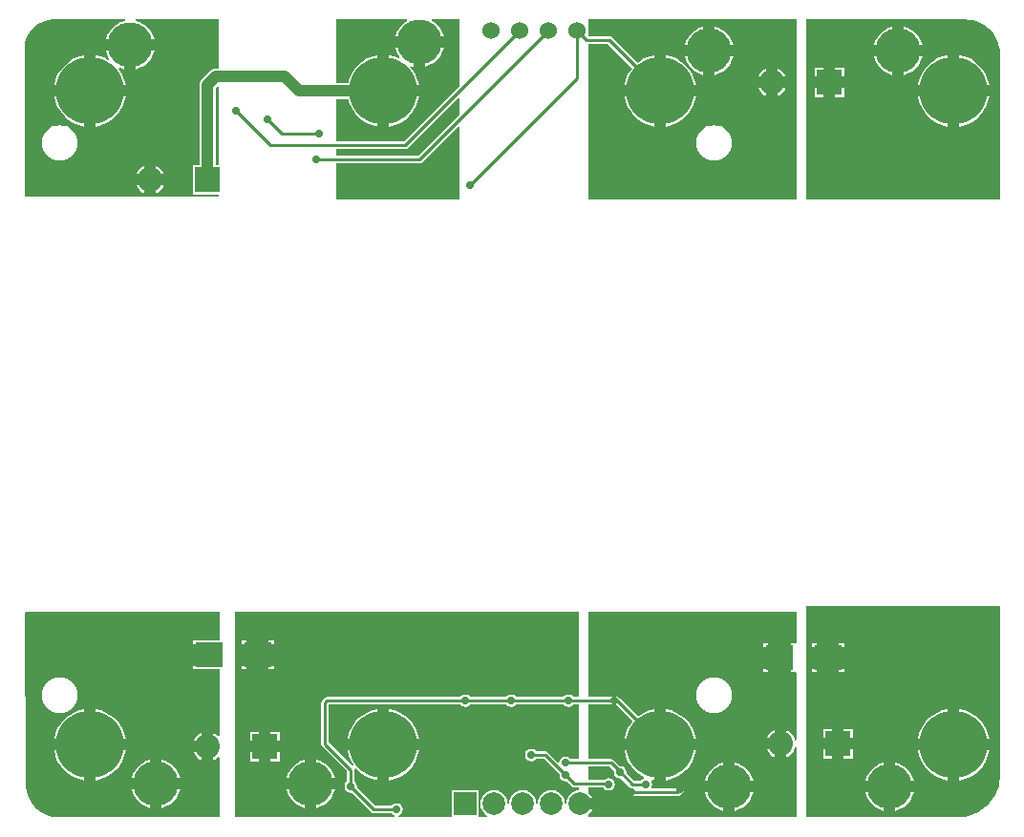
<source format=gbl>
G04*
G04 #@! TF.GenerationSoftware,Altium Limited,Altium Designer,19.0.10 (269)*
G04*
G04 Layer_Physical_Order=4*
G04 Layer_Color=16711680*
%FSLAX23Y23*%
%MOIN*%
G70*
G01*
G75*
%ADD11C,0.010*%
%ADD34C,0.060*%
%ADD35C,0.087*%
%ADD36R,0.087X0.087*%
%ADD37C,0.079*%
%ADD38R,0.079X0.079*%
%ADD39C,0.157*%
%ADD40C,0.236*%
%ADD41C,0.028*%
%ADD42R,0.096X0.085*%
%ADD43C,0.039*%
G36*
X7339Y4919D02*
X7354Y4916D01*
X7369Y4912D01*
X7382Y4905D01*
X7395Y4897D01*
X7407Y4887D01*
X7418Y4876D01*
X7427Y4864D01*
X7434Y4850D01*
X7440Y4836D01*
X7444Y4822D01*
X7445Y4815D01*
Y4290D01*
X6770D01*
X6770Y4920D01*
X7315Y4920D01*
X7316Y4920D01*
X7316Y4920D01*
X7324Y4920D01*
X7339Y4919D01*
D02*
G37*
G36*
X5560Y4689D02*
X5365Y4493D01*
X5130D01*
Y4642D01*
X5171D01*
X5173Y4631D01*
X5181Y4613D01*
X5191Y4596D01*
X5204Y4581D01*
X5219Y4568D01*
X5236Y4557D01*
X5255Y4550D01*
X5274Y4545D01*
X5274Y4545D01*
Y4670D01*
Y4795D01*
X5274Y4795D01*
X5255Y4790D01*
X5236Y4783D01*
X5219Y4772D01*
X5204Y4759D01*
X5191Y4744D01*
X5181Y4727D01*
X5173Y4709D01*
X5171Y4698D01*
X5130D01*
Y4920D01*
X5376D01*
X5377Y4915D01*
X5372Y4912D01*
X5358Y4902D01*
X5348Y4888D01*
X5340Y4873D01*
X5335Y4860D01*
X5420D01*
X5505D01*
X5500Y4873D01*
X5492Y4888D01*
X5482Y4902D01*
X5468Y4912D01*
X5463Y4915D01*
X5464Y4920D01*
X5560D01*
Y4689D01*
D02*
G37*
G36*
X4720Y4748D02*
X4710D01*
X4703Y4747D01*
X4696Y4744D01*
X4690Y4740D01*
X4660Y4710D01*
X4656Y4704D01*
X4653Y4697D01*
X4652Y4690D01*
Y4411D01*
X4629D01*
Y4309D01*
X4720D01*
Y4300D01*
X4041Y4300D01*
X4041Y4817D01*
Y4824D01*
X4043Y4837D01*
X4047Y4850D01*
X4052Y4863D01*
X4059Y4874D01*
X4067Y4885D01*
X4076Y4895D01*
X4087Y4903D01*
X4099Y4909D01*
X4111Y4915D01*
X4124Y4918D01*
X4138Y4920D01*
X4144Y4920D01*
X4391D01*
X4392Y4915D01*
X4377Y4910D01*
X4362Y4902D01*
X4348Y4892D01*
X4338Y4878D01*
X4330Y4863D01*
X4325Y4850D01*
X4410D01*
X4495D01*
X4490Y4863D01*
X4482Y4878D01*
X4472Y4892D01*
X4458Y4902D01*
X4443Y4910D01*
X4428Y4915D01*
X4429Y4920D01*
X4720Y4920D01*
Y4748D01*
D02*
G37*
G36*
X6735Y4290D02*
X6010D01*
Y4835D01*
X6076D01*
X6162Y4749D01*
X6158Y4744D01*
X6147Y4727D01*
X6140Y4709D01*
X6135Y4690D01*
X6135Y4690D01*
X6240D01*
Y4795D01*
X6240Y4795D01*
X6221Y4790D01*
X6202Y4783D01*
X6186Y4772D01*
X6180Y4768D01*
X6091Y4857D01*
X6087Y4860D01*
X6082Y4861D01*
X6010D01*
Y4920D01*
X6735D01*
Y4290D01*
D02*
G37*
G36*
X5560Y4645D02*
Y4589D01*
X5415Y4443D01*
X5130D01*
Y4467D01*
X5370D01*
X5375Y4468D01*
X5379Y4471D01*
X5555Y4647D01*
X5560Y4645D01*
D02*
G37*
G36*
X4720Y4684D02*
X4720Y4411D01*
X4708D01*
Y4678D01*
X4715Y4686D01*
X4720Y4684D01*
D02*
G37*
G36*
X5560Y4545D02*
Y4290D01*
X5130D01*
Y4417D01*
X5420D01*
X5425Y4418D01*
X5429Y4421D01*
X5555Y4547D01*
X5560Y4545D01*
D02*
G37*
G36*
X5976Y2553D02*
X5957D01*
X5956Y2556D01*
X5948Y2560D01*
X5940Y2562D01*
X5932Y2560D01*
X5924Y2556D01*
X5923Y2553D01*
X5757D01*
X5756Y2556D01*
X5748Y2560D01*
X5740Y2562D01*
X5732Y2560D01*
X5724Y2556D01*
X5723Y2553D01*
X5597D01*
X5596Y2556D01*
X5588Y2560D01*
X5580Y2562D01*
X5572Y2560D01*
X5564Y2556D01*
X5563Y2553D01*
X5096D01*
X5091Y2552D01*
X5087Y2549D01*
X5081Y2543D01*
X5078Y2539D01*
X5077Y2534D01*
Y2389D01*
X5078Y2384D01*
X5081Y2380D01*
X5167Y2294D01*
Y2257D01*
X5164Y2256D01*
X5160Y2248D01*
X5158Y2240D01*
X5160Y2232D01*
X5164Y2224D01*
X5172Y2220D01*
X5180Y2218D01*
X5183Y2219D01*
X5251Y2151D01*
X5255Y2148D01*
X5260Y2147D01*
X5323D01*
X5324Y2144D01*
X5332Y2140D01*
X5333Y2139D01*
X5333Y2134D01*
X4776D01*
Y2850D01*
X5976D01*
Y2553D01*
D02*
G37*
G36*
Y2336D02*
X5947D01*
X5946Y2339D01*
X5938Y2344D01*
X5930Y2345D01*
X5922Y2344D01*
X5914Y2339D01*
X5910Y2332D01*
X5909Y2327D01*
X5903Y2325D01*
X5869Y2359D01*
X5865Y2362D01*
X5860Y2363D01*
X5827D01*
X5826Y2366D01*
X5818Y2370D01*
X5810Y2372D01*
X5802Y2370D01*
X5794Y2366D01*
X5790Y2358D01*
X5788Y2350D01*
X5790Y2342D01*
X5794Y2334D01*
X5802Y2330D01*
X5810Y2328D01*
X5818Y2330D01*
X5826Y2334D01*
X5827Y2337D01*
X5855D01*
X5909Y2283D01*
X5908Y2280D01*
X5910Y2272D01*
X5914Y2264D01*
X5922Y2260D01*
X5930Y2258D01*
X5933Y2259D01*
X5951Y2241D01*
X5955Y2238D01*
X5960Y2237D01*
X5976D01*
Y2227D01*
X5968Y2226D01*
X5956Y2221D01*
X5946Y2214D01*
X5939Y2204D01*
X5934Y2192D01*
X5933Y2181D01*
X5927D01*
X5926Y2192D01*
X5921Y2204D01*
X5914Y2214D01*
X5904Y2221D01*
X5892Y2226D01*
X5880Y2228D01*
X5868Y2226D01*
X5856Y2221D01*
X5846Y2214D01*
X5839Y2204D01*
X5834Y2192D01*
X5833Y2181D01*
X5827D01*
X5826Y2192D01*
X5821Y2204D01*
X5814Y2214D01*
X5804Y2221D01*
X5792Y2226D01*
X5780Y2228D01*
X5768Y2226D01*
X5756Y2221D01*
X5746Y2214D01*
X5739Y2204D01*
X5734Y2192D01*
X5733Y2181D01*
X5727D01*
X5726Y2192D01*
X5721Y2204D01*
X5714Y2214D01*
X5704Y2221D01*
X5692Y2226D01*
X5680Y2228D01*
X5668Y2226D01*
X5656Y2221D01*
X5646Y2214D01*
X5639Y2204D01*
X5634Y2192D01*
X5632Y2180D01*
X5634Y2168D01*
X5639Y2156D01*
X5646Y2146D01*
X5655Y2139D01*
X5655Y2134D01*
X5627D01*
Y2227D01*
X5533D01*
Y2134D01*
X5347D01*
X5347Y2139D01*
X5348Y2140D01*
X5356Y2144D01*
X5360Y2152D01*
X5362Y2160D01*
X5360Y2168D01*
X5356Y2176D01*
X5348Y2180D01*
X5340Y2182D01*
X5332Y2180D01*
X5324Y2176D01*
X5323Y2173D01*
X5265D01*
X5201Y2237D01*
X5202Y2240D01*
X5200Y2248D01*
X5196Y2256D01*
X5193Y2257D01*
Y2299D01*
X5194Y2300D01*
X5197Y2304D01*
X5199Y2304D01*
X5204Y2297D01*
X5219Y2284D01*
X5236Y2274D01*
X5255Y2266D01*
X5274Y2262D01*
X5274Y2262D01*
Y2367D01*
X5169D01*
X5169Y2367D01*
X5173Y2347D01*
X5181Y2329D01*
X5189Y2316D01*
X5185Y2313D01*
X5103Y2395D01*
Y2527D01*
X5563D01*
X5564Y2524D01*
X5572Y2520D01*
X5580Y2518D01*
X5588Y2520D01*
X5596Y2524D01*
X5597Y2527D01*
X5723D01*
X5724Y2524D01*
X5732Y2520D01*
X5740Y2518D01*
X5748Y2520D01*
X5756Y2524D01*
X5757Y2527D01*
X5923D01*
X5924Y2524D01*
X5932Y2520D01*
X5940Y2518D01*
X5948Y2520D01*
X5956Y2524D01*
X5957Y2527D01*
X5976D01*
Y2336D01*
D02*
G37*
G36*
X4721Y2750D02*
X4629D01*
Y2739D01*
X4685D01*
Y2661D01*
X4629D01*
Y2650D01*
X4721D01*
Y2418D01*
X4718Y2417D01*
X4716Y2417D01*
X4706Y2425D01*
X4700Y2427D01*
Y2380D01*
Y2333D01*
X4706Y2335D01*
X4716Y2343D01*
X4718Y2343D01*
X4721Y2342D01*
Y2134D01*
X4146D01*
X4139Y2135D01*
X4125Y2139D01*
X4111Y2145D01*
X4098Y2152D01*
X4085Y2161D01*
X4075Y2172D01*
X4065Y2184D01*
X4058Y2197D01*
X4052Y2211D01*
X4048Y2225D01*
X4046Y2240D01*
X4045Y2255D01*
X4046Y2263D01*
X4046Y2264D01*
X4046Y2265D01*
X4043Y2846D01*
X4046Y2850D01*
X4721D01*
Y2750D01*
D02*
G37*
G36*
X6735Y2744D02*
X6731Y2740D01*
X6730Y2740D01*
X6715D01*
Y2690D01*
Y2640D01*
X6730D01*
X6731Y2640D01*
X6735Y2636D01*
Y2403D01*
X6730Y2402D01*
X6730Y2403D01*
X6725Y2416D01*
X6717Y2427D01*
X6706Y2435D01*
X6700Y2437D01*
Y2390D01*
Y2343D01*
X6706Y2345D01*
X6717Y2353D01*
X6725Y2364D01*
X6730Y2377D01*
X6730Y2378D01*
X6735Y2377D01*
Y2134D01*
X6010D01*
Y2143D01*
X6014Y2146D01*
X6021Y2156D01*
X6023Y2160D01*
X5980D01*
Y2200D01*
X6023D01*
X6021Y2204D01*
X6014Y2214D01*
X6010Y2217D01*
Y2237D01*
X6061D01*
X6064Y2232D01*
X6072Y2227D01*
X6080Y2226D01*
X6088Y2227D01*
X6096Y2232D01*
X6100Y2239D01*
X6102Y2248D01*
X6100Y2256D01*
X6096Y2263D01*
X6088Y2268D01*
X6080Y2270D01*
X6072Y2268D01*
X6064Y2263D01*
X6064Y2263D01*
X6010D01*
Y2310D01*
X6083D01*
X6099Y2294D01*
X6098Y2290D01*
X6100Y2282D01*
X6104Y2274D01*
X6112Y2270D01*
X6120Y2268D01*
X6124Y2269D01*
X6154Y2238D01*
X6156Y2237D01*
X6155Y2232D01*
X6151Y2229D01*
X6148Y2225D01*
X6147Y2220D01*
X6148Y2215D01*
X6151Y2211D01*
X6155Y2208D01*
X6160Y2207D01*
X6320D01*
X6325Y2208D01*
X6329Y2211D01*
X6339Y2221D01*
X6342Y2225D01*
X6343Y2230D01*
X6342Y2235D01*
X6339Y2239D01*
X6335Y2242D01*
X6330Y2243D01*
X6325Y2242D01*
X6321Y2239D01*
X6321Y2239D01*
X6315Y2233D01*
X6232D01*
X6229Y2238D01*
X6230Y2239D01*
X6232Y2248D01*
X6230Y2256D01*
X6228Y2259D01*
X6231Y2264D01*
X6240Y2262D01*
X6240Y2262D01*
Y2367D01*
X6135D01*
X6135Y2367D01*
X6140Y2347D01*
X6147Y2329D01*
X6158Y2312D01*
X6170Y2297D01*
X6186Y2284D01*
X6202Y2274D01*
X6203Y2274D01*
X6203Y2268D01*
X6202Y2268D01*
X6194Y2263D01*
X6193Y2261D01*
X6169D01*
X6142Y2288D01*
X6142Y2290D01*
X6140Y2298D01*
X6136Y2306D01*
X6128Y2310D01*
X6120Y2312D01*
X6118Y2312D01*
X6097Y2333D01*
X6093Y2335D01*
X6088Y2336D01*
X6010D01*
Y2527D01*
X6105D01*
X6164Y2468D01*
X6158Y2461D01*
X6147Y2444D01*
X6140Y2426D01*
X6135Y2406D01*
X6135Y2406D01*
X6240D01*
Y2511D01*
X6240Y2511D01*
X6221Y2507D01*
X6202Y2499D01*
X6186Y2489D01*
X6182Y2486D01*
X6119Y2549D01*
X6115Y2552D01*
X6110Y2553D01*
X6010D01*
Y2850D01*
X6735D01*
Y2744D01*
D02*
G37*
G36*
X7445Y2266D02*
X7444Y2259D01*
X7441Y2242D01*
X7435Y2226D01*
X7428Y2211D01*
X7419Y2196D01*
X7408Y2183D01*
X7396Y2171D01*
X7383Y2160D01*
X7369Y2151D01*
X7353Y2144D01*
X7337Y2139D01*
X7320Y2135D01*
X7313Y2134D01*
X6770D01*
Y2870D01*
X7445D01*
Y2266D01*
D02*
G37*
%LPC*%
G36*
X7110Y4895D02*
Y4830D01*
X7175D01*
X7170Y4843D01*
X7162Y4858D01*
X7152Y4872D01*
X7138Y4882D01*
X7123Y4890D01*
X7110Y4895D01*
D02*
G37*
G36*
X7070D02*
X7057Y4890D01*
X7042Y4882D01*
X7028Y4872D01*
X7018Y4858D01*
X7010Y4843D01*
X7005Y4830D01*
X7070D01*
Y4895D01*
D02*
G37*
G36*
X7175Y4790D02*
X7110D01*
Y4725D01*
X7123Y4730D01*
X7138Y4738D01*
X7152Y4748D01*
X7162Y4762D01*
X7170Y4777D01*
X7175Y4790D01*
D02*
G37*
G36*
X7070D02*
X7005D01*
X7010Y4777D01*
X7018Y4762D01*
X7028Y4748D01*
X7042Y4738D01*
X7057Y4730D01*
X7070Y4725D01*
Y4790D01*
D02*
G37*
G36*
X6901Y4751D02*
X6870D01*
Y4720D01*
X6901D01*
Y4751D01*
D02*
G37*
G36*
X6830D02*
X6799D01*
Y4720D01*
X6830D01*
Y4751D01*
D02*
G37*
G36*
X7303Y4795D02*
Y4690D01*
X7408D01*
X7408Y4690D01*
X7404Y4709D01*
X7396Y4727D01*
X7386Y4744D01*
X7373Y4759D01*
X7358Y4772D01*
X7341Y4783D01*
X7323Y4790D01*
X7303Y4795D01*
X7303Y4795D01*
D02*
G37*
G36*
X7264Y4795D02*
X7264Y4795D01*
X7244Y4790D01*
X7226Y4783D01*
X7209Y4772D01*
X7194Y4759D01*
X7181Y4744D01*
X7171Y4727D01*
X7163Y4709D01*
X7159Y4690D01*
X7159Y4690D01*
X7264D01*
Y4795D01*
D02*
G37*
G36*
X6901Y4680D02*
X6870D01*
Y4649D01*
X6901D01*
Y4680D01*
D02*
G37*
G36*
X6830D02*
X6799D01*
Y4649D01*
X6830D01*
Y4680D01*
D02*
G37*
G36*
X7408Y4650D02*
X7303D01*
Y4545D01*
X7303Y4545D01*
X7323Y4550D01*
X7341Y4557D01*
X7358Y4568D01*
X7373Y4581D01*
X7386Y4596D01*
X7396Y4613D01*
X7404Y4631D01*
X7408Y4650D01*
X7408Y4650D01*
D02*
G37*
G36*
X7264D02*
X7159D01*
X7159Y4650D01*
X7163Y4631D01*
X7171Y4613D01*
X7181Y4596D01*
X7194Y4581D01*
X7209Y4568D01*
X7226Y4557D01*
X7244Y4550D01*
X7264Y4545D01*
X7264Y4545D01*
Y4650D01*
D02*
G37*
G36*
X5400Y4820D02*
X5335D01*
X5340Y4807D01*
X5348Y4792D01*
X5350Y4788D01*
X5347Y4784D01*
X5333Y4790D01*
X5313Y4795D01*
X5313Y4795D01*
Y4690D01*
X5418D01*
X5418Y4690D01*
X5414Y4709D01*
X5406Y4727D01*
X5396Y4744D01*
X5387Y4754D01*
X5390Y4759D01*
X5400Y4755D01*
Y4820D01*
D02*
G37*
G36*
X5505D02*
X5440D01*
Y4755D01*
X5453Y4760D01*
X5468Y4768D01*
X5482Y4778D01*
X5492Y4792D01*
X5500Y4807D01*
X5505Y4820D01*
D02*
G37*
G36*
X5418Y4650D02*
X5313D01*
Y4545D01*
X5313Y4545D01*
X5333Y4550D01*
X5351Y4557D01*
X5368Y4568D01*
X5383Y4581D01*
X5396Y4596D01*
X5406Y4613D01*
X5414Y4631D01*
X5418Y4650D01*
X5418Y4650D01*
D02*
G37*
G36*
X4390Y4810D02*
X4325D01*
X4330Y4797D01*
X4337Y4782D01*
X4336Y4780D01*
X4334Y4779D01*
X4327Y4783D01*
X4309Y4790D01*
X4290Y4795D01*
X4290Y4795D01*
Y4690D01*
X4395D01*
X4395Y4690D01*
X4390Y4709D01*
X4383Y4727D01*
X4372Y4744D01*
X4369Y4748D01*
X4372Y4752D01*
X4377Y4750D01*
X4390Y4745D01*
Y4810D01*
D02*
G37*
G36*
X4495D02*
X4430D01*
Y4745D01*
X4443Y4750D01*
X4458Y4758D01*
X4472Y4768D01*
X4482Y4782D01*
X4490Y4797D01*
X4495Y4810D01*
D02*
G37*
G36*
X4250Y4795D02*
X4250Y4795D01*
X4231Y4790D01*
X4213Y4783D01*
X4196Y4772D01*
X4181Y4759D01*
X4168Y4744D01*
X4157Y4727D01*
X4150Y4709D01*
X4145Y4690D01*
X4145Y4690D01*
X4250D01*
Y4795D01*
D02*
G37*
G36*
X4395Y4650D02*
X4290D01*
Y4545D01*
X4290Y4545D01*
X4309Y4550D01*
X4327Y4557D01*
X4344Y4568D01*
X4359Y4581D01*
X4372Y4596D01*
X4383Y4613D01*
X4390Y4631D01*
X4395Y4650D01*
X4395Y4650D01*
D02*
G37*
G36*
X4250D02*
X4145D01*
X4145Y4650D01*
X4150Y4631D01*
X4157Y4613D01*
X4168Y4596D01*
X4181Y4581D01*
X4196Y4568D01*
X4213Y4557D01*
X4231Y4550D01*
X4250Y4545D01*
X4250Y4545D01*
Y4650D01*
D02*
G37*
G36*
X4164Y4550D02*
X4152Y4549D01*
X4140Y4546D01*
X4130Y4540D01*
X4120Y4532D01*
X4112Y4523D01*
X4107Y4512D01*
X4103Y4500D01*
X4102Y4488D01*
X4103Y4476D01*
X4107Y4464D01*
X4112Y4454D01*
X4120Y4444D01*
X4130Y4436D01*
X4140Y4431D01*
X4152Y4427D01*
X4164Y4426D01*
X4176Y4427D01*
X4188Y4431D01*
X4199Y4436D01*
X4208Y4444D01*
X4216Y4454D01*
X4222Y4464D01*
X4225Y4476D01*
X4226Y4488D01*
X4225Y4500D01*
X4222Y4512D01*
X4216Y4523D01*
X4208Y4532D01*
X4199Y4540D01*
X4188Y4546D01*
X4176Y4549D01*
X4164Y4550D01*
D02*
G37*
G36*
X4500Y4407D02*
Y4380D01*
X4527D01*
X4525Y4386D01*
X4517Y4397D01*
X4506Y4405D01*
X4500Y4407D01*
D02*
G37*
G36*
X4460D02*
X4454Y4405D01*
X4443Y4397D01*
X4435Y4386D01*
X4433Y4380D01*
X4460D01*
Y4407D01*
D02*
G37*
G36*
X4527Y4340D02*
X4500D01*
Y4313D01*
X4506Y4315D01*
X4517Y4323D01*
X4525Y4334D01*
X4527Y4340D01*
D02*
G37*
G36*
X4460D02*
X4433D01*
X4435Y4334D01*
X4443Y4323D01*
X4454Y4315D01*
X4460Y4313D01*
Y4340D01*
D02*
G37*
G36*
X6450Y4895D02*
Y4830D01*
X6515D01*
X6510Y4843D01*
X6502Y4858D01*
X6492Y4872D01*
X6478Y4882D01*
X6463Y4890D01*
X6450Y4895D01*
D02*
G37*
G36*
X6410D02*
X6397Y4890D01*
X6382Y4882D01*
X6368Y4872D01*
X6358Y4858D01*
X6350Y4843D01*
X6345Y4830D01*
X6410D01*
Y4895D01*
D02*
G37*
G36*
X6515Y4790D02*
X6450D01*
Y4725D01*
X6463Y4730D01*
X6478Y4738D01*
X6492Y4748D01*
X6502Y4762D01*
X6510Y4777D01*
X6515Y4790D01*
D02*
G37*
G36*
X6410D02*
X6345D01*
X6350Y4777D01*
X6358Y4762D01*
X6368Y4748D01*
X6382Y4738D01*
X6397Y4730D01*
X6410Y4725D01*
Y4790D01*
D02*
G37*
G36*
X6670Y4747D02*
Y4720D01*
X6697D01*
X6695Y4726D01*
X6687Y4737D01*
X6676Y4745D01*
X6670Y4747D01*
D02*
G37*
G36*
X6630D02*
X6624Y4745D01*
X6613Y4737D01*
X6605Y4726D01*
X6603Y4720D01*
X6630D01*
Y4747D01*
D02*
G37*
G36*
X6280Y4795D02*
Y4690D01*
X6385D01*
X6385Y4690D01*
X6380Y4709D01*
X6372Y4727D01*
X6362Y4744D01*
X6349Y4759D01*
X6334Y4772D01*
X6317Y4783D01*
X6299Y4790D01*
X6280Y4795D01*
X6280Y4795D01*
D02*
G37*
G36*
X6697Y4680D02*
X6670D01*
Y4653D01*
X6676Y4655D01*
X6687Y4663D01*
X6695Y4674D01*
X6697Y4680D01*
D02*
G37*
G36*
X6630D02*
X6603D01*
X6605Y4674D01*
X6613Y4663D01*
X6624Y4655D01*
X6630Y4653D01*
Y4680D01*
D02*
G37*
G36*
X6240Y4650D02*
X6135D01*
X6135Y4650D01*
X6140Y4631D01*
X6147Y4613D01*
X6158Y4596D01*
X6170Y4581D01*
X6186Y4568D01*
X6202Y4557D01*
X6221Y4550D01*
X6240Y4545D01*
X6240Y4545D01*
Y4650D01*
D02*
G37*
G36*
X6385D02*
X6280D01*
Y4545D01*
X6280Y4545D01*
X6299Y4550D01*
X6317Y4557D01*
X6334Y4568D01*
X6349Y4581D01*
X6362Y4596D01*
X6372Y4613D01*
X6380Y4631D01*
X6385Y4650D01*
X6385Y4650D01*
D02*
G37*
G36*
X6448Y4550D02*
X6435Y4549D01*
X6424Y4546D01*
X6413Y4540D01*
X6404Y4532D01*
X6396Y4523D01*
X6390Y4512D01*
X6387Y4500D01*
X6385Y4488D01*
X6387Y4476D01*
X6390Y4464D01*
X6396Y4454D01*
X6404Y4444D01*
X6413Y4436D01*
X6424Y4431D01*
X6435Y4427D01*
X6448Y4426D01*
X6460Y4427D01*
X6471Y4431D01*
X6482Y4436D01*
X6492Y4444D01*
X6499Y4454D01*
X6505Y4464D01*
X6509Y4476D01*
X6510Y4488D01*
X6509Y4500D01*
X6505Y4512D01*
X6499Y4523D01*
X6492Y4532D01*
X6482Y4540D01*
X6471Y4546D01*
X6460Y4549D01*
X6448Y4550D01*
D02*
G37*
G36*
X4911Y2750D02*
X4894D01*
Y2739D01*
X4911D01*
Y2750D01*
D02*
G37*
G36*
X4815D02*
X4799D01*
Y2739D01*
X4815D01*
Y2750D01*
D02*
G37*
G36*
X4911Y2661D02*
X4894D01*
Y2650D01*
X4911D01*
Y2661D01*
D02*
G37*
G36*
X4815D02*
X4799D01*
Y2650D01*
X4815D01*
Y2661D01*
D02*
G37*
G36*
X4931Y2431D02*
X4900D01*
Y2400D01*
X4931D01*
Y2431D01*
D02*
G37*
G36*
X4860D02*
X4829D01*
Y2400D01*
X4860D01*
Y2431D01*
D02*
G37*
G36*
X4931Y2360D02*
X4900D01*
Y2329D01*
X4931D01*
Y2360D01*
D02*
G37*
G36*
X4860D02*
X4829D01*
Y2329D01*
X4860D01*
Y2360D01*
D02*
G37*
G36*
X5060Y2335D02*
Y2270D01*
X5125D01*
X5120Y2283D01*
X5112Y2298D01*
X5102Y2312D01*
X5088Y2322D01*
X5073Y2330D01*
X5060Y2335D01*
D02*
G37*
G36*
X5020D02*
X5007Y2330D01*
X4992Y2322D01*
X4978Y2312D01*
X4968Y2298D01*
X4960Y2283D01*
X4955Y2270D01*
X5020D01*
Y2335D01*
D02*
G37*
G36*
X5125Y2230D02*
X5060D01*
Y2165D01*
X5073Y2170D01*
X5088Y2178D01*
X5102Y2188D01*
X5112Y2202D01*
X5120Y2217D01*
X5125Y2230D01*
D02*
G37*
G36*
X5020D02*
X4955D01*
X4960Y2217D01*
X4968Y2202D01*
X4978Y2188D01*
X4992Y2178D01*
X5007Y2170D01*
X5020Y2165D01*
Y2230D01*
D02*
G37*
G36*
X5313Y2511D02*
Y2406D01*
X5418D01*
X5418Y2406D01*
X5414Y2426D01*
X5406Y2444D01*
X5396Y2461D01*
X5383Y2476D01*
X5368Y2489D01*
X5351Y2499D01*
X5333Y2507D01*
X5313Y2511D01*
X5313Y2511D01*
D02*
G37*
G36*
X5274D02*
X5274Y2511D01*
X5255Y2507D01*
X5236Y2499D01*
X5219Y2489D01*
X5204Y2476D01*
X5191Y2461D01*
X5181Y2444D01*
X5173Y2426D01*
X5169Y2406D01*
X5169Y2406D01*
X5274D01*
Y2511D01*
D02*
G37*
G36*
X5418Y2367D02*
X5313D01*
Y2262D01*
X5313Y2262D01*
X5333Y2266D01*
X5351Y2274D01*
X5368Y2284D01*
X5383Y2297D01*
X5396Y2312D01*
X5406Y2329D01*
X5414Y2347D01*
X5418Y2367D01*
X5418Y2367D01*
D02*
G37*
G36*
X4164Y2621D02*
X4152Y2620D01*
X4140Y2617D01*
X4130Y2611D01*
X4120Y2603D01*
X4112Y2594D01*
X4107Y2583D01*
X4103Y2571D01*
X4102Y2559D01*
X4103Y2547D01*
X4107Y2535D01*
X4112Y2524D01*
X4120Y2515D01*
X4130Y2507D01*
X4140Y2501D01*
X4152Y2498D01*
X4164Y2497D01*
X4176Y2498D01*
X4188Y2501D01*
X4199Y2507D01*
X4208Y2515D01*
X4216Y2524D01*
X4222Y2535D01*
X4225Y2547D01*
X4226Y2559D01*
X4225Y2571D01*
X4222Y2583D01*
X4216Y2594D01*
X4208Y2603D01*
X4199Y2611D01*
X4188Y2617D01*
X4176Y2620D01*
X4164Y2621D01*
D02*
G37*
G36*
X4290Y2511D02*
Y2406D01*
X4395D01*
X4395Y2406D01*
X4390Y2426D01*
X4383Y2444D01*
X4372Y2461D01*
X4359Y2476D01*
X4344Y2489D01*
X4327Y2499D01*
X4309Y2507D01*
X4290Y2511D01*
X4290Y2511D01*
D02*
G37*
G36*
X4250D02*
X4250Y2511D01*
X4231Y2507D01*
X4213Y2499D01*
X4196Y2489D01*
X4181Y2476D01*
X4168Y2461D01*
X4157Y2444D01*
X4150Y2426D01*
X4145Y2406D01*
X4145Y2406D01*
X4250D01*
Y2511D01*
D02*
G37*
G36*
X4660Y2427D02*
X4654Y2425D01*
X4643Y2417D01*
X4635Y2406D01*
X4633Y2400D01*
X4660D01*
Y2427D01*
D02*
G37*
G36*
Y2360D02*
X4633D01*
X4635Y2354D01*
X4643Y2343D01*
X4654Y2335D01*
X4660Y2333D01*
Y2360D01*
D02*
G37*
G36*
X4520Y2335D02*
Y2270D01*
X4585D01*
X4580Y2283D01*
X4572Y2298D01*
X4562Y2312D01*
X4548Y2322D01*
X4533Y2330D01*
X4520Y2335D01*
D02*
G37*
G36*
X4480D02*
X4467Y2330D01*
X4452Y2322D01*
X4438Y2312D01*
X4428Y2298D01*
X4420Y2283D01*
X4415Y2270D01*
X4480D01*
Y2335D01*
D02*
G37*
G36*
X4395Y2367D02*
X4290D01*
Y2262D01*
X4290Y2262D01*
X4309Y2266D01*
X4327Y2274D01*
X4344Y2284D01*
X4359Y2297D01*
X4372Y2312D01*
X4383Y2329D01*
X4390Y2347D01*
X4395Y2367D01*
X4395Y2367D01*
D02*
G37*
G36*
X4250D02*
X4145D01*
X4145Y2367D01*
X4150Y2347D01*
X4157Y2329D01*
X4168Y2312D01*
X4181Y2297D01*
X4196Y2284D01*
X4213Y2274D01*
X4231Y2266D01*
X4250Y2262D01*
X4250Y2262D01*
Y2367D01*
D02*
G37*
G36*
X4585Y2230D02*
X4520D01*
Y2165D01*
X4533Y2170D01*
X4548Y2178D01*
X4562Y2188D01*
X4572Y2202D01*
X4580Y2217D01*
X4585Y2230D01*
D02*
G37*
G36*
X4480D02*
X4415D01*
X4420Y2217D01*
X4428Y2202D01*
X4438Y2188D01*
X4452Y2178D01*
X4467Y2170D01*
X4480Y2165D01*
Y2230D01*
D02*
G37*
G36*
X6636Y2740D02*
X6619D01*
Y2729D01*
X6636D01*
Y2740D01*
D02*
G37*
G36*
Y2651D02*
X6619D01*
Y2640D01*
X6636D01*
Y2651D01*
D02*
G37*
G36*
X6448Y2621D02*
X6435Y2620D01*
X6424Y2617D01*
X6413Y2611D01*
X6404Y2603D01*
X6396Y2594D01*
X6390Y2583D01*
X6387Y2571D01*
X6385Y2559D01*
X6387Y2547D01*
X6390Y2535D01*
X6396Y2524D01*
X6404Y2515D01*
X6413Y2507D01*
X6424Y2501D01*
X6435Y2498D01*
X6448Y2497D01*
X6460Y2498D01*
X6471Y2501D01*
X6482Y2507D01*
X6492Y2515D01*
X6499Y2524D01*
X6505Y2535D01*
X6509Y2547D01*
X6510Y2559D01*
X6509Y2571D01*
X6505Y2583D01*
X6499Y2594D01*
X6492Y2603D01*
X6482Y2611D01*
X6471Y2617D01*
X6460Y2620D01*
X6448Y2621D01*
D02*
G37*
G36*
X6660Y2437D02*
X6654Y2435D01*
X6643Y2427D01*
X6635Y2416D01*
X6633Y2410D01*
X6660D01*
Y2437D01*
D02*
G37*
G36*
X6280Y2511D02*
Y2406D01*
X6385D01*
X6385Y2406D01*
X6380Y2426D01*
X6372Y2444D01*
X6362Y2461D01*
X6349Y2476D01*
X6334Y2489D01*
X6317Y2499D01*
X6299Y2507D01*
X6280Y2511D01*
X6280Y2511D01*
D02*
G37*
G36*
X6660Y2370D02*
X6633D01*
X6635Y2364D01*
X6643Y2353D01*
X6654Y2345D01*
X6660Y2343D01*
Y2370D01*
D02*
G37*
G36*
X6385Y2367D02*
X6280D01*
Y2262D01*
X6280Y2262D01*
X6299Y2266D01*
X6317Y2274D01*
X6334Y2284D01*
X6349Y2297D01*
X6362Y2312D01*
X6372Y2329D01*
X6380Y2347D01*
X6385Y2367D01*
X6385Y2367D01*
D02*
G37*
G36*
X6520Y2325D02*
Y2260D01*
X6585D01*
X6580Y2273D01*
X6572Y2288D01*
X6562Y2302D01*
X6548Y2312D01*
X6533Y2320D01*
X6520Y2325D01*
D02*
G37*
G36*
X6480D02*
X6467Y2320D01*
X6452Y2312D01*
X6438Y2302D01*
X6428Y2288D01*
X6420Y2273D01*
X6415Y2260D01*
X6480D01*
Y2325D01*
D02*
G37*
G36*
X6585Y2220D02*
X6520D01*
Y2155D01*
X6533Y2160D01*
X6548Y2168D01*
X6562Y2178D01*
X6572Y2192D01*
X6580Y2207D01*
X6585Y2220D01*
D02*
G37*
G36*
X6480D02*
X6415D01*
X6420Y2207D01*
X6428Y2192D01*
X6438Y2178D01*
X6452Y2168D01*
X6467Y2160D01*
X6480Y2155D01*
Y2220D01*
D02*
G37*
G36*
X6901Y2740D02*
X6884D01*
Y2729D01*
X6901D01*
Y2740D01*
D02*
G37*
G36*
X6805D02*
X6789D01*
Y2729D01*
X6805D01*
Y2740D01*
D02*
G37*
G36*
X6901Y2651D02*
X6884D01*
Y2640D01*
X6901D01*
Y2651D01*
D02*
G37*
G36*
X6805D02*
X6789D01*
Y2640D01*
X6805D01*
Y2651D01*
D02*
G37*
G36*
X6931Y2441D02*
X6900D01*
Y2410D01*
X6931D01*
Y2441D01*
D02*
G37*
G36*
X6860D02*
X6829D01*
Y2410D01*
X6860D01*
Y2441D01*
D02*
G37*
G36*
X7303Y2511D02*
Y2406D01*
X7408D01*
X7408Y2406D01*
X7404Y2426D01*
X7396Y2444D01*
X7386Y2461D01*
X7373Y2476D01*
X7358Y2489D01*
X7341Y2499D01*
X7323Y2507D01*
X7303Y2511D01*
X7303Y2511D01*
D02*
G37*
G36*
X7264Y2511D02*
X7264Y2511D01*
X7244Y2507D01*
X7226Y2499D01*
X7209Y2489D01*
X7194Y2476D01*
X7181Y2461D01*
X7171Y2444D01*
X7163Y2426D01*
X7159Y2406D01*
X7159Y2406D01*
X7264D01*
Y2511D01*
D02*
G37*
G36*
X6931Y2370D02*
X6900D01*
Y2339D01*
X6931D01*
Y2370D01*
D02*
G37*
G36*
X6860D02*
X6829D01*
Y2339D01*
X6860D01*
Y2370D01*
D02*
G37*
G36*
X7408Y2367D02*
X7303D01*
Y2262D01*
X7303Y2262D01*
X7323Y2266D01*
X7341Y2274D01*
X7358Y2284D01*
X7373Y2297D01*
X7386Y2312D01*
X7396Y2329D01*
X7404Y2347D01*
X7408Y2367D01*
X7408Y2367D01*
D02*
G37*
G36*
X7264D02*
X7159D01*
X7159Y2367D01*
X7163Y2347D01*
X7171Y2329D01*
X7181Y2312D01*
X7194Y2297D01*
X7209Y2284D01*
X7226Y2274D01*
X7244Y2266D01*
X7264Y2262D01*
X7264Y2262D01*
Y2367D01*
D02*
G37*
G36*
X7080Y2325D02*
Y2260D01*
X7145D01*
X7140Y2273D01*
X7132Y2288D01*
X7122Y2302D01*
X7108Y2312D01*
X7093Y2320D01*
X7080Y2325D01*
D02*
G37*
G36*
X7040D02*
X7027Y2320D01*
X7012Y2312D01*
X6998Y2302D01*
X6988Y2288D01*
X6980Y2273D01*
X6975Y2260D01*
X7040D01*
Y2325D01*
D02*
G37*
G36*
X7145Y2220D02*
X7080D01*
Y2155D01*
X7093Y2160D01*
X7108Y2168D01*
X7122Y2178D01*
X7132Y2192D01*
X7140Y2207D01*
X7145Y2220D01*
D02*
G37*
G36*
X7040D02*
X6975D01*
X6980Y2207D01*
X6988Y2192D01*
X6998Y2178D01*
X7012Y2168D01*
X7027Y2160D01*
X7040Y2155D01*
Y2220D01*
D02*
G37*
%LPD*%
D11*
X5090Y2534D02*
X5096Y2540D01*
X5580D01*
X5090Y2389D02*
Y2534D01*
Y2389D02*
X5180Y2299D01*
Y2240D02*
Y2299D01*
X6002Y4848D02*
X6082D01*
X6260Y4670D01*
X5970Y4880D02*
X6002Y4848D01*
X5970Y4713D02*
Y4880D01*
X5597Y4340D02*
X5970Y4713D01*
X4890Y4570D02*
X4940Y4520D01*
X5070D01*
X6100Y2540D02*
X6110D01*
X5940D02*
X6100D01*
X5740D02*
X5940D01*
X5580D02*
X5740D01*
X6110D02*
X6260Y2390D01*
Y2387D02*
Y2390D01*
X5180Y2240D02*
X5260Y2160D01*
X5340D01*
X6121Y2291D02*
X6164Y2248D01*
X5960Y2250D02*
X6078D01*
X6080Y2248D01*
X5930Y2280D02*
X5960Y2250D01*
X5860Y2350D02*
X5930Y2280D01*
X5810Y2350D02*
X5860D01*
X6088Y2323D02*
X6111Y2300D01*
X5060Y4430D02*
X5420D01*
X5870Y4880D01*
X4780Y4600D02*
X4900Y4480D01*
X5370D02*
X5770Y4880D01*
X4900Y4480D02*
X5370D01*
X6330Y2230D02*
Y2230D01*
X6320Y2220D02*
X6330Y2230D01*
X6160Y2220D02*
X6320D01*
X6164Y2248D02*
X6210D01*
X5930Y2323D02*
X6088D01*
D34*
X5770Y4880D02*
D03*
X5670D02*
D03*
X5970D02*
D03*
X5870D02*
D03*
D35*
X4480Y4360D02*
D03*
X6650Y4700D02*
D03*
X4680Y2380D02*
D03*
X6680Y2390D02*
D03*
D36*
X4680Y4360D02*
D03*
X6850Y4700D02*
D03*
X4880Y2380D02*
D03*
X6880Y2390D02*
D03*
D37*
X5780Y2180D02*
D03*
X5980D02*
D03*
X5880D02*
D03*
X5680D02*
D03*
D38*
X5580D02*
D03*
D39*
X5420Y4840D02*
D03*
X4410Y4830D02*
D03*
X5040Y2250D02*
D03*
X4500D02*
D03*
X7060Y2240D02*
D03*
X6500D02*
D03*
X7090Y4810D02*
D03*
X6430D02*
D03*
D40*
X7283Y2387D02*
D03*
Y4670D02*
D03*
X6260Y2387D02*
D03*
Y4670D02*
D03*
X5294Y2387D02*
D03*
Y4670D02*
D03*
X4270Y2387D02*
D03*
Y4670D02*
D03*
D41*
X5597Y4340D02*
D03*
X4890Y4570D02*
D03*
X5070Y4520D02*
D03*
X6100Y2540D02*
D03*
X5940D02*
D03*
X5740D02*
D03*
X5580D02*
D03*
X5180Y2240D02*
D03*
X5340Y2160D02*
D03*
X6120Y2290D02*
D03*
X5930Y2280D02*
D03*
X5060Y4430D02*
D03*
X4780Y4600D02*
D03*
X6330Y2230D02*
D03*
X6160Y2220D02*
D03*
X6210Y2248D02*
D03*
X5930Y2323D02*
D03*
X5810Y2350D02*
D03*
X6080Y2248D02*
D03*
D42*
X4685Y2700D02*
D03*
X4855D02*
D03*
X6675Y2690D02*
D03*
X6845D02*
D03*
D43*
X4710Y4720D02*
X4950D01*
X5000Y4670D01*
X5294D01*
X4680Y4690D02*
X4710Y4720D01*
X4680Y4360D02*
Y4690D01*
M02*

</source>
